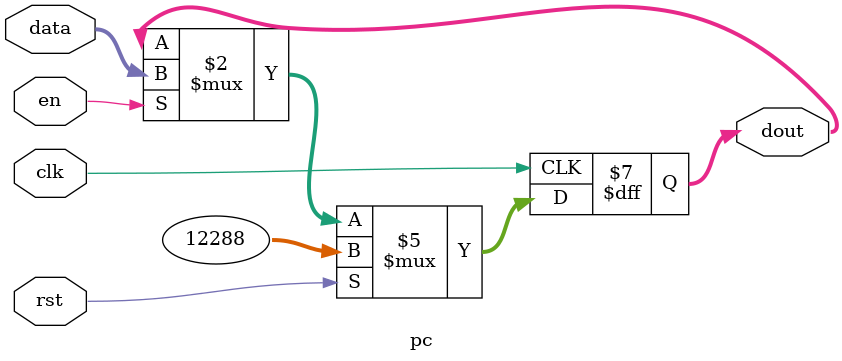
<source format=v>
module pc (clk, rst, en, data, dout);
	input				clk;
	input				rst;
	input				en;
	input		[31:0]	data;
	output	reg	[31:0]	dout;

	always @(posedge clk)
	begin
		if(rst)
			dout[31:0] <= {32'h0000_3000};
		else 
		if (en) begin
			dout <= data;
		end
	end
endmodule

</source>
